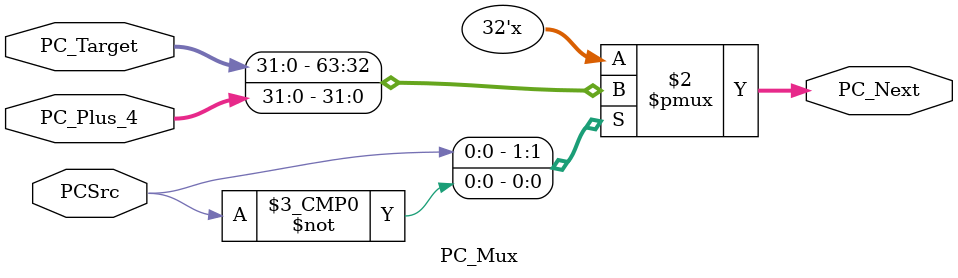
<source format=v>
module PC_Mux(
    input PCSrc,
    input [31:0] PC_Target, 
    input [31:0] PC_Plus_4,
    output reg [31:0] PC_Next
);

    always@(*) begin
        case (PCSrc)
            1'b1 : PC_Next = PC_Target;
            1'b0 : PC_Next = PC_Plus_4;
        endcase
    end
    
endmodule
</source>
